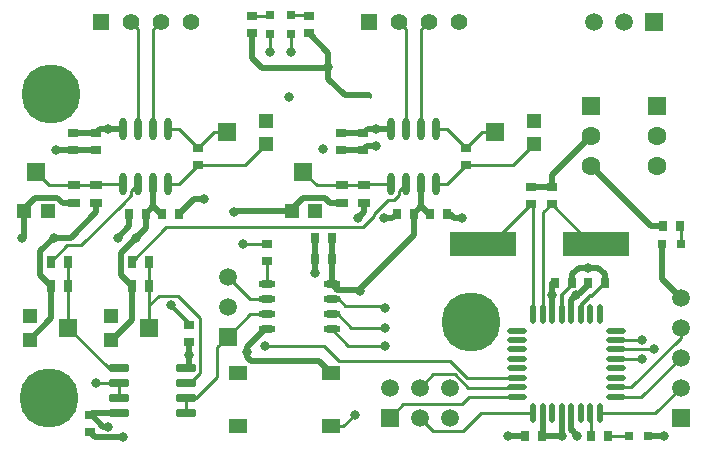
<source format=gtl>
G04 Layer_Physical_Order=1*
G04 Layer_Color=255*
%FSLAX24Y24*%
%MOIN*%
G70*
G01*
G75*
%ADD10R,0.0354X0.0315*%
%ADD11R,0.0394X0.0315*%
%ADD12R,0.0354X0.0276*%
%ADD13R,0.0472X0.0472*%
%ADD14R,0.0630X0.0630*%
%ADD15R,0.0472X0.0472*%
%ADD16R,0.0630X0.0630*%
%ADD17R,0.2205X0.0827*%
G04:AMPARAMS|DCode=18|XSize=25.6mil|YSize=65mil|CornerRadius=1.9mil|HoleSize=0mil|Usage=FLASHONLY|Rotation=270.000|XOffset=0mil|YOffset=0mil|HoleType=Round|Shape=RoundedRectangle|*
%AMROUNDEDRECTD18*
21,1,0.0256,0.0611,0,0,270.0*
21,1,0.0218,0.0650,0,0,270.0*
1,1,0.0038,-0.0306,-0.0109*
1,1,0.0038,-0.0306,0.0109*
1,1,0.0038,0.0306,0.0109*
1,1,0.0038,0.0306,-0.0109*
%
%ADD18ROUNDEDRECTD18*%
%ADD19R,0.0315X0.0315*%
%ADD20R,0.0610X0.0512*%
%ADD21R,0.0315X0.0394*%
%ADD22R,0.0315X0.0354*%
%ADD23O,0.0217X0.0650*%
%ADD24O,0.0650X0.0217*%
%ADD25O,0.0571X0.0236*%
%ADD26O,0.0236X0.0748*%
%ADD27R,0.0315X0.0315*%
%ADD28R,0.0276X0.0354*%
%ADD29C,0.0100*%
%ADD30C,0.0200*%
%ADD31C,0.0120*%
%ADD32R,0.0551X0.0551*%
%ADD33C,0.0551*%
%ADD34C,0.0591*%
%ADD35R,0.0591X0.0591*%
%ADD36C,0.1969*%
%ADD37R,0.0591X0.0591*%
%ADD38C,0.0630*%
%ADD39R,0.0630X0.0630*%
%ADD40C,0.0630*%
%ADD41C,0.0320*%
D10*
X20400Y34824D02*
D03*
Y35376D02*
D03*
X31800Y39976D02*
D03*
Y39424D02*
D03*
X32500Y39976D02*
D03*
Y39424D02*
D03*
X17100Y32376D02*
D03*
Y31824D02*
D03*
X16550Y41776D02*
D03*
Y41224D02*
D03*
X17300Y41776D02*
D03*
Y41224D02*
D03*
X26224Y41776D02*
D03*
Y41224D02*
D03*
X25474Y41776D02*
D03*
Y41224D02*
D03*
D11*
X16576Y40045D02*
D03*
Y39455D02*
D03*
X17326Y39455D02*
D03*
Y40045D02*
D03*
X25500D02*
D03*
Y39455D02*
D03*
X26250Y39455D02*
D03*
Y40045D02*
D03*
D12*
X23000Y37505D02*
D03*
Y38095D02*
D03*
X20726Y40724D02*
D03*
Y41276D02*
D03*
X24400Y45105D02*
D03*
Y45695D02*
D03*
X29650Y40724D02*
D03*
Y41276D02*
D03*
X22500Y45105D02*
D03*
Y45695D02*
D03*
D13*
X14913Y39200D02*
D03*
X15700D02*
D03*
X23837Y39200D02*
D03*
X24624D02*
D03*
D14*
X15306Y40499D02*
D03*
X24231Y40499D02*
D03*
X33800Y42700D02*
D03*
D15*
X22976Y41413D02*
D03*
Y42200D02*
D03*
X31900Y41413D02*
D03*
Y42200D02*
D03*
X15100Y35687D02*
D03*
Y34900D02*
D03*
X17800Y35687D02*
D03*
Y34900D02*
D03*
D16*
X21676Y41806D02*
D03*
X30601Y41806D02*
D03*
X16399Y35294D02*
D03*
X19099Y35294D02*
D03*
D17*
X33970Y38100D02*
D03*
X30230D02*
D03*
D18*
X18088Y33950D02*
D03*
Y33450D02*
D03*
Y32950D02*
D03*
Y32450D02*
D03*
X20312Y33950D02*
D03*
Y33450D02*
D03*
Y32950D02*
D03*
Y32450D02*
D03*
D19*
X23100Y45085D02*
D03*
Y45715D02*
D03*
X23800Y45085D02*
D03*
Y45715D02*
D03*
D20*
X22035Y33786D02*
D03*
Y32014D02*
D03*
X25165Y33786D02*
D03*
Y32014D02*
D03*
D21*
X16395Y36700D02*
D03*
X15805D02*
D03*
X18505Y37500D02*
D03*
X19095D02*
D03*
X19095Y36700D02*
D03*
X18505D02*
D03*
X15805Y37500D02*
D03*
X16395D02*
D03*
D22*
X25176Y37600D02*
D03*
X24624D02*
D03*
X25176Y38300D02*
D03*
X24624D02*
D03*
X19524Y39100D02*
D03*
X20076D02*
D03*
X28449Y39100D02*
D03*
X29000D02*
D03*
X18976Y39100D02*
D03*
X18424D02*
D03*
X27900Y39100D02*
D03*
X27349D02*
D03*
X32176Y31700D02*
D03*
X31624D02*
D03*
X32624Y36800D02*
D03*
X33176D02*
D03*
X33724D02*
D03*
X34276D02*
D03*
D23*
X34102Y35754D02*
D03*
X33787D02*
D03*
X33472D02*
D03*
X33157D02*
D03*
X32843D02*
D03*
X32528D02*
D03*
X32213D02*
D03*
X31898D02*
D03*
Y32446D02*
D03*
X32213D02*
D03*
X32528D02*
D03*
X32843D02*
D03*
X33157D02*
D03*
X33472D02*
D03*
X33787D02*
D03*
X34102D02*
D03*
D24*
X31346Y35202D02*
D03*
Y34887D02*
D03*
Y34572D02*
D03*
Y34257D02*
D03*
Y33943D02*
D03*
Y33628D02*
D03*
Y33313D02*
D03*
Y32998D02*
D03*
X34654D02*
D03*
Y33313D02*
D03*
Y33628D02*
D03*
Y33943D02*
D03*
Y34257D02*
D03*
Y34572D02*
D03*
Y34887D02*
D03*
Y35202D02*
D03*
D25*
X23027Y36750D02*
D03*
Y36250D02*
D03*
Y35750D02*
D03*
Y35250D02*
D03*
X25173Y36750D02*
D03*
Y36250D02*
D03*
Y35750D02*
D03*
Y35250D02*
D03*
D26*
X19726Y41925D02*
D03*
X19226D02*
D03*
X18726D02*
D03*
X18226D02*
D03*
X19726Y40075D02*
D03*
X19226D02*
D03*
X18726D02*
D03*
X18226D02*
D03*
X28650Y41925D02*
D03*
X28150D02*
D03*
X27650D02*
D03*
X27150D02*
D03*
X28650Y40075D02*
D03*
X28150D02*
D03*
X27650D02*
D03*
X27150D02*
D03*
D27*
X35715Y31700D02*
D03*
X35085D02*
D03*
X36185Y38100D02*
D03*
X36815D02*
D03*
D28*
X34395Y31700D02*
D03*
X33805D02*
D03*
X36795Y38700D02*
D03*
X36205D02*
D03*
D29*
X28100Y33300D02*
X28545Y33745D01*
X21350Y33650D02*
Y34650D01*
X20650Y32950D02*
X21350Y33650D01*
X20312Y32950D02*
X20650D01*
X20312Y33450D02*
X20466D01*
X20787Y33771D02*
Y35613D01*
X20040Y36360D02*
X20787Y35613D01*
X19410Y36360D02*
X20040D01*
X19095Y36045D02*
X19410Y36360D01*
X19095Y35950D02*
Y36045D01*
Y35950D02*
Y37500D01*
Y35298D02*
Y35950D01*
X20466Y33450D02*
X20787Y33771D01*
X19095Y35298D02*
X19099Y35294D01*
X22950Y34700D02*
X24900D01*
X25100Y34500D01*
X27064Y39551D02*
X27261D01*
X26590Y39077D02*
X27064Y39551D01*
X26590Y39015D02*
Y39077D01*
X26225Y38650D02*
X26590Y39015D01*
X16828Y38050D02*
X18205Y39427D01*
X16355Y38050D02*
X16828D01*
X15805Y37500D02*
X16355Y38050D01*
X18505Y37500D02*
X19655Y38650D01*
X26225D01*
X22287Y40724D02*
X22976Y41413D01*
X16395Y36700D02*
Y37500D01*
X16395Y36700D02*
X16395Y36700D01*
X16395Y35298D02*
Y36700D01*
Y35298D02*
X16399Y35294D01*
X18088Y32950D02*
Y33450D01*
X22500Y45695D02*
X23080D01*
X23100Y45715D01*
X23800Y45715D02*
X24380D01*
X23100Y44500D02*
Y45085D01*
X23800Y44500D02*
Y45085D01*
X21350Y34650D02*
X21700Y35000D01*
X22450Y35750D01*
X23027D01*
X22450Y36250D02*
X23027D01*
X21700Y37000D02*
X22450Y36250D01*
X23000Y36777D02*
Y37505D01*
Y36777D02*
X23027Y36750D01*
X33805Y31700D02*
Y32429D01*
X33787Y32446D02*
X33805Y32429D01*
X34395Y31700D02*
X35085D01*
X35085Y31700D01*
X34102Y32446D02*
X35946D01*
X36800Y33300D01*
X34654Y32998D02*
X35498D01*
X36800Y34300D01*
X34654Y33313D02*
X35163D01*
X36800Y34950D01*
Y35300D01*
X36815Y38100D02*
Y38680D01*
X36795Y38700D02*
X36815Y38680D01*
X32500Y39424D02*
X33824Y38100D01*
X33970D01*
X32213Y35754D02*
Y39137D01*
X32500Y39424D01*
X31898Y35754D02*
Y39327D01*
X31800Y39424D02*
X31898Y39327D01*
X30476Y38100D02*
X31800Y39424D01*
X30230Y38100D02*
X30476D01*
X34654Y34257D02*
X35500D01*
X17300Y33450D02*
X18088D01*
X17300Y33450D02*
X17300Y33450D01*
X20312Y32450D02*
Y32950D01*
X31212Y40724D02*
X31900Y41413D01*
X30137Y32446D02*
X31898D01*
X29545Y31855D02*
X30137Y32446D01*
X28545Y31855D02*
X29545D01*
X28100Y32300D02*
X28545Y31855D01*
X29748Y32998D02*
X31346D01*
X29500Y32750D02*
X29748Y32998D01*
X27550Y32750D02*
X29500D01*
X27100Y32300D02*
X27550Y32750D01*
X29284Y33745D02*
X29730Y33300D01*
X31334D01*
X31346Y33313D01*
X26882Y36018D02*
X26950Y35950D01*
X25826Y35300D02*
X26950D01*
X25723Y34700D02*
X26950D01*
X25173Y35250D02*
X25723Y34700D01*
X29685Y33628D02*
X31346D01*
X29121Y34192D02*
X29685Y33628D01*
X25408Y34192D02*
X29121D01*
X22205Y38095D02*
X23000D01*
X25100Y34500D02*
X25408Y34192D01*
X34654Y34887D02*
X35487D01*
X35500Y34900D01*
X34654Y34572D02*
X35872D01*
X35900Y34600D01*
X25373Y35754D02*
X25826Y35300D01*
X25173Y35750D02*
X25200D01*
X25173Y36250D02*
X25400D01*
X25632Y36018D01*
X26882D01*
X25165Y32014D02*
X25564D01*
X25950Y32400D01*
X28545Y33745D02*
X29284D01*
X27418Y39843D02*
X27650Y40075D01*
X27418Y39708D02*
Y39843D01*
X27261Y39551D02*
X27418Y39708D01*
X24231Y40499D02*
X24685Y40045D01*
X25500D01*
X26250Y40045D02*
X26280Y40075D01*
X27150D01*
X26250Y40045D02*
X26250Y40045D01*
X25500Y40045D02*
X26250D01*
X29000Y41925D02*
X29650Y41276D01*
X28650Y41925D02*
X29000D01*
X29000Y40075D02*
X29650Y40724D01*
X28650Y40075D02*
X29000D01*
X30181Y41806D02*
X30601D01*
X29650Y41276D02*
X30181Y41806D01*
X29650Y40724D02*
X31212D01*
X26400Y43045D02*
X26445Y43000D01*
X20726Y40724D02*
X22287D01*
X20726Y41276D02*
X21256Y41806D01*
X21676D01*
X19726Y40075D02*
X20076D01*
X20726Y40724D01*
X20076Y41925D02*
X20726Y41276D01*
X19726Y41925D02*
X20076D01*
X16576Y40045D02*
X17326D01*
X17326Y40045D01*
X17355Y40075D02*
X18226D01*
X17326Y40045D02*
X17355Y40075D01*
X15306Y40499D02*
X15760Y40045D01*
X16576D01*
X18209Y39423D02*
X18494Y39708D01*
Y39843D01*
X18726Y40075D01*
X17743Y33950D02*
X18088D01*
X16399Y35294D02*
X17743Y33950D01*
X18726Y41925D02*
Y45250D01*
X18476Y45500D02*
X18726Y45250D01*
X19226D02*
X19476Y45500D01*
X19226Y41925D02*
Y45250D01*
X27650Y41925D02*
Y45250D01*
X27400Y45500D02*
X27650Y45250D01*
X28150Y41925D02*
Y45250D01*
X28400Y45500D01*
D30*
X25605Y43045D02*
X26400D01*
X25050Y43600D02*
X25605Y43045D01*
X22350Y34495D02*
Y34659D01*
Y34331D02*
Y34495D01*
X18505Y35555D02*
Y36700D01*
X24624Y37124D02*
Y37600D01*
X26350Y41350D02*
X26650D01*
X26224Y41224D02*
X26350Y41350D01*
X33210Y31840D02*
X33350Y31700D01*
X33210Y31840D02*
Y31849D01*
X33157Y31902D02*
X33210Y31849D01*
X33157Y31902D02*
Y32446D01*
X22350Y34659D02*
X22941Y35250D01*
X22350Y34331D02*
X22481Y34200D01*
X24751D01*
X25165Y33786D01*
X22941Y35250D02*
X23027D01*
X29250Y38950D02*
X29500D01*
X29100Y39100D02*
X29250Y38950D01*
X29000Y39100D02*
X29100D01*
X26900Y38949D02*
X27198D01*
X27349Y39100D01*
X32500Y40400D02*
X33800Y41700D01*
X32500Y39976D02*
Y40400D01*
X32500Y39976D02*
X32500Y39976D01*
X31800Y39976D02*
X32500D01*
X14913Y38363D02*
Y39200D01*
X14850Y38300D02*
X14913Y38363D01*
X16476Y38300D02*
X17326Y39150D01*
X15447Y37847D02*
X15900Y38300D01*
X16476D01*
X18050D02*
X18424Y38674D01*
X18147Y37780D02*
X18976Y38608D01*
Y39100D01*
X26050Y38950D02*
X26250Y39150D01*
X32176Y31780D02*
X32255Y31700D01*
X32850D01*
X32843Y31707D02*
X32850Y31700D01*
X32843Y31707D02*
Y32446D01*
X17287Y31637D02*
X17290Y31640D01*
X17100Y31824D02*
X17287Y31637D01*
X17550Y32000D02*
X17700D01*
X17174Y32376D02*
X17550Y32000D01*
X17100Y32376D02*
X17174D01*
X35715Y31700D02*
X36250D01*
X31050D02*
X31050Y31700D01*
X31624D01*
X36185Y36915D02*
Y38100D01*
Y36915D02*
X36800Y36300D01*
X20576Y39600D02*
X20900D01*
X20076Y39100D02*
X20576Y39600D01*
X18424Y38674D02*
Y39100D01*
X15974Y41224D02*
X16550D01*
X34276Y36800D02*
Y37074D01*
X34050Y37300D02*
X34276Y37074D01*
X33400Y37300D02*
X34050D01*
X33176Y37076D02*
X33400Y37300D01*
X33176Y36800D02*
Y37076D01*
X33157Y35754D02*
Y36233D01*
X22850Y43950D02*
X25000D01*
X25050Y44000D01*
Y43600D02*
Y44000D01*
Y44455D01*
X24400Y45105D02*
X25050Y44455D01*
X26083Y36568D02*
X27900Y38385D01*
Y39100D01*
X17174Y32450D02*
X18088D01*
X17100Y32376D02*
X17174Y32450D01*
X20312Y33950D02*
X20400Y34038D01*
X25173Y36750D02*
X25176Y36753D01*
X24624Y37600D02*
Y38300D01*
X15100Y34900D02*
X15150D01*
X15805Y35605D02*
Y36700D01*
X15100Y34900D02*
X15805Y35605D01*
X17800Y34900D02*
X17850D01*
X18505Y35555D01*
X20400Y34038D02*
Y34824D01*
X22500Y45105D02*
X22500Y45105D01*
X24943Y39636D02*
X25125Y39455D01*
X25500D01*
X24214Y39636D02*
X24943D01*
X23837Y39259D02*
X24214Y39636D01*
X23837Y39200D02*
Y39259D01*
X26250Y39150D02*
Y39455D01*
X25474Y41224D02*
X26224D01*
X26650Y41925D02*
X27150D01*
X26374D02*
X26650D01*
X26224Y41776D02*
X26374Y41925D01*
X25474Y41776D02*
X26224D01*
X28400Y39100D02*
X28449D01*
X27900Y39100D02*
X28150Y39350D01*
Y40075D01*
Y39350D02*
X28400Y39100D01*
X19226Y39350D02*
X19476Y39100D01*
X19226Y39350D02*
Y40075D01*
X18976Y39100D02*
X19226Y39350D01*
X19476Y39100D02*
X19524D01*
X16550Y41776D02*
X17300D01*
X17450Y41925D01*
X17726D01*
X18226D01*
X16550Y41224D02*
X17300D01*
X17326Y39150D02*
Y39455D01*
X14913Y39200D02*
Y39259D01*
X15289Y39636D01*
X16019D02*
X16201Y39455D01*
X15289Y39636D02*
X16019D01*
X16201Y39455D02*
X16576D01*
X22500Y44300D02*
X22850Y43950D01*
X22500Y44300D02*
Y45105D01*
X25176Y37600D02*
Y38300D01*
Y36753D02*
Y37600D01*
X21850Y39200D02*
X23837D01*
X32836Y32440D02*
X32843Y32446D01*
X32176Y31780D02*
X32213Y31817D01*
Y32446D01*
X25355Y36568D02*
X26083D01*
X25173Y36750D02*
X25355Y36568D01*
X18147Y37159D02*
Y37780D01*
Y37159D02*
X18150Y37156D01*
Y37055D02*
Y37156D01*
Y37055D02*
X18505Y36700D01*
X15447Y37057D02*
X15805Y36700D01*
X15447Y37057D02*
Y37847D01*
X33176Y36734D02*
Y36800D01*
X33157Y36233D02*
X33347Y36423D01*
X33416D01*
X33724Y36731D01*
X32528Y35754D02*
Y36800D01*
X17290Y31640D02*
X18200D01*
X35800Y38700D02*
X36205D01*
X33800Y40700D02*
X35800Y38700D01*
D31*
X19750Y36100D02*
X20474Y35376D01*
X20400D02*
X20474D01*
X33835Y36350D02*
X34276Y36790D01*
X33788Y36350D02*
X33835D01*
X33438Y36000D02*
X33788Y36350D01*
X33438Y36000D02*
X33472D01*
Y35754D02*
Y36000D01*
X34276Y36790D02*
Y36800D01*
X32843Y35754D02*
Y36401D01*
X33176Y36734D01*
D32*
X17476Y45500D02*
D03*
X26400Y45500D02*
D03*
D33*
X18476Y45500D02*
D03*
X19476D02*
D03*
X20476D02*
D03*
X27400Y45500D02*
D03*
X28400D02*
D03*
X29400D02*
D03*
D34*
X33900D02*
D03*
X34900D02*
D03*
X36800Y33300D02*
D03*
Y34300D02*
D03*
Y35300D02*
D03*
Y36300D02*
D03*
X21700Y37000D02*
D03*
Y36000D02*
D03*
X28100Y32300D02*
D03*
Y33300D02*
D03*
X29100Y32300D02*
D03*
Y33300D02*
D03*
X27100D02*
D03*
D35*
X35900Y45500D02*
D03*
X27100Y32300D02*
D03*
D36*
X29800Y35500D02*
D03*
X15800Y43100D02*
D03*
X15748Y32948D02*
D03*
D37*
X36800Y32300D02*
D03*
X21700Y35000D02*
D03*
D38*
X33800Y41700D02*
D03*
Y40700D02*
D03*
D39*
X36000Y42700D02*
D03*
D40*
Y41700D02*
D03*
Y40700D02*
D03*
D41*
X20400Y34400D02*
D03*
X23750Y43000D02*
D03*
X19800Y36050D02*
D03*
X24624Y37124D02*
D03*
X26650Y41350D02*
D03*
X33350Y31700D02*
D03*
X22350Y34495D02*
D03*
X22950Y34700D02*
D03*
X29500Y38950D02*
D03*
X26900Y38949D02*
D03*
X14850Y38300D02*
D03*
X15900D02*
D03*
X18650Y38282D02*
D03*
X18050Y38300D02*
D03*
X26050Y38950D02*
D03*
X32850Y31700D02*
D03*
X17700Y32000D02*
D03*
X31050Y31700D02*
D03*
X36250Y31700D02*
D03*
X20900Y39600D02*
D03*
X15974Y41224D02*
D03*
X33700Y37300D02*
D03*
X33300Y36376D02*
D03*
X32528Y36400D02*
D03*
X25050Y44000D02*
D03*
X23100Y44500D02*
D03*
X23800D02*
D03*
X35500Y34257D02*
D03*
X17300Y33450D02*
D03*
X26950Y35950D02*
D03*
X26950Y35300D02*
D03*
X26950Y34700D02*
D03*
X22205Y38095D02*
D03*
X35500Y34900D02*
D03*
X35900Y34600D02*
D03*
X25950Y32400D02*
D03*
X26650Y41925D02*
D03*
X17726Y41925D02*
D03*
X26126Y36526D02*
D03*
X21900Y39150D02*
D03*
X18200Y31640D02*
D03*
X24875Y41250D02*
D03*
M02*

</source>
